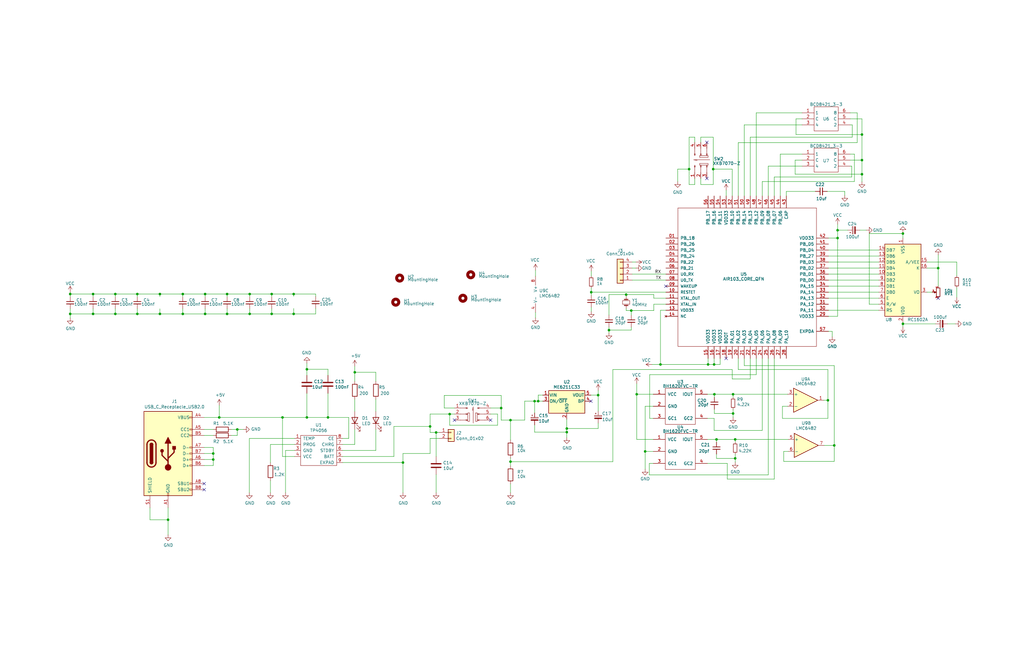
<source format=kicad_sch>
(kicad_sch (version 20220404) (generator eeschema)
  (paper "B")
  (junction (at 119.126 176.149))
  (junction (at 302.133 185.42))
  (junction (at 215.265 194.818))
  (junction (at 278.511 153.797))
  (junction (at 189.611 174.752))
  (junction (at 310.007 185.42))
  (junction (at 29.591 124.079))
  (junction (at 310.007 193.421))
  (junction (at 169.926 195.199))
  (junction (at 351.79 187.96))
  (junction (at 89.916 191.389))
  (junction (at 86.487 132.461))
  (junction (at 183.896 182.499))
  (junction (at 290.576 71.374))
  (junction (at 239.014 182.372))
  (junction (at 252.222 166.751))
  (junction (at 86.487 124.079))
  (junction (at 301.117 153.797))
  (junction (at 29.591 132.461))
  (junction (at 92.456 176.149))
  (junction (at 266.192 131.064))
  (junction (at 363.474 56.769))
  (junction (at 67.437 132.461))
  (junction (at 77.089 124.079))
  (junction (at 70.866 219.329))
  (junction (at 57.912 132.461))
  (junction (at 309.118 174.498))
  (junction (at 123.825 124.079))
  (junction (at 105.283 132.461))
  (junction (at 211.328 172.212))
  (junction (at 301.244 166.37))
  (junction (at 353.187 100.457))
  (junction (at 129.413 155.829))
  (junction (at 380.746 136.652))
  (junction (at 138.303 176.149))
  (junction (at 309.118 166.37))
  (junction (at 380.746 98.552))
  (junction (at 48.641 132.461))
  (junction (at 89.916 193.929))
  (junction (at 226.949 169.291))
  (junction (at 123.825 132.461))
  (junction (at 39.243 132.461))
  (junction (at 256.794 139.319))
  (junction (at 395.605 113.157))
  (junction (at 300.736 71.374))
  (junction (at 67.437 124.079))
  (junction (at 57.912 124.079))
  (junction (at 95.758 124.079))
  (junction (at 48.641 124.079))
  (junction (at 100.076 181.229))
  (junction (at 181.356 179.959))
  (junction (at 239.014 180.848))
  (junction (at 264.033 124.333))
  (junction (at 114.554 132.461))
  (junction (at 268.478 166.37))
  (junction (at 215.265 177.292))
  (junction (at 363.474 73.533))
  (junction (at 105.283 124.079))
  (junction (at 129.413 176.149))
  (junction (at 349.123 168.91))
  (junction (at 249.301 123.317))
  (junction (at 363.474 67.564))
  (junction (at 77.089 132.461))
  (junction (at 353.187 97.155))
  (junction (at 114.554 124.079))
  (junction (at 39.243 124.079))
  (junction (at 149.606 157.099))
  (junction (at 272.034 190.5))
  (junction (at 225.425 169.291))
  (junction (at 95.758 132.461))
  (junction (at 298.577 153.797))
  (no_connect (at 86.106 204.089))
  (no_connect (at 280.797 120.777))
  (no_connect (at 298.069 60.071))
  (no_connect (at 298.069 75.311))
  (no_connect (at 191.643 177.292))
  (no_connect (at 206.883 177.292))
  (no_connect (at 249.174 169.291))
  (no_connect (at 86.106 206.629))
  (no_connect (at 395.605 125.857))
  (no_connect (at 306.197 151.257))
  (wire (pts (xy 298.323 176.53) (xy 301.117 176.53)))
  (wire (pts (xy 266.573 110.617) (xy 268.097 110.617)))
  (wire (pts (xy 295.529 57.912) (xy 295.529 60.071)))
  (wire (pts (xy 100.076 181.229) (xy 102.616 181.229)))
  (wire (pts (xy 249.301 121.539) (xy 249.301 123.317)))
  (wire (pts (xy 225.425 169.291) (xy 226.949 169.291)))
  (wire (pts (xy 349.377 139.827) (xy 350.901 139.827)))
  (wire (pts (xy 181.356 174.752) (xy 181.356 179.959)))
  (wire (pts (xy 92.456 176.149) (xy 119.126 176.149)))
  (wire (pts (xy 221.234 169.291) (xy 225.425 169.291)))
  (wire (pts (xy 306.197 80.264) (xy 306.197 82.677)))
  (wire (pts (xy 292.989 77.851) (xy 292.989 75.311)))
  (wire (pts (xy 390.906 110.617) (xy 403.479 110.617)))
  (wire (pts (xy 278.511 130.937) (xy 278.511 153.797)))
  (wire (pts (xy 266.573 118.237) (xy 280.797 118.237)))
  (wire (pts (xy 390.906 113.157) (xy 395.605 113.157)))
  (wire (pts (xy 349.377 113.157) (xy 370.586 113.157)))
  (wire (pts (xy 349.377 120.777) (xy 370.586 120.777)))
  (wire (pts (xy 114.046 202.819) (xy 114.046 207.899)))
  (wire (pts (xy 338.201 47.625) (xy 318.897 47.625)))
  (wire (pts (xy 114.046 195.199) (xy 114.046 187.579)))
  (wire (pts (xy 29.591 132.461) (xy 29.591 134.239)))
  (wire (pts (xy 363.474 50.165) (xy 363.474 56.769)))
  (wire (pts (xy 133.096 125.095) (xy 133.096 124.079)))
  (wire (pts (xy 123.825 132.461) (xy 114.554 132.461)))
  (wire (pts (xy 89.916 188.849) (xy 89.916 191.389)))
  (wire (pts (xy 185.166 182.499) (xy 183.896 182.499)))
  (wire (pts (xy 318.897 47.625) (xy 318.897 82.677)))
  (wire (pts (xy 380.746 136.652) (xy 394.462 136.652)))
  (wire (pts (xy 158.496 157.099) (xy 149.606 157.099)))
  (wire (pts (xy 48.641 125.222) (xy 48.641 124.079)))
  (wire (pts (xy 86.106 193.929) (xy 89.916 193.929)))
  (wire (pts (xy 329.057 65.024) (xy 338.201 65.024)))
  (wire (pts (xy 309.118 172.72) (xy 309.118 174.498)))
  (wire (pts (xy 310.007 185.42) (xy 310.007 186.563)))
  (wire (pts (xy 298.577 153.797) (xy 301.117 153.797)))
  (wire (pts (xy 100.076 183.769) (xy 100.076 181.229)))
  (wire (pts (xy 380.746 137.922) (xy 380.746 136.652)))
  (wire (pts (xy 105.283 130.302) (xy 105.283 132.461)))
  (wire (pts (xy 67.437 124.079) (xy 57.912 124.079)))
  (wire (pts (xy 48.641 130.302) (xy 48.641 132.461)))
  (wire (pts (xy 316.357 57.912) (xy 316.357 82.677)))
  (wire (pts (xy 211.328 177.292) (xy 215.265 177.292)))
  (wire (pts (xy 183.896 192.659) (xy 183.896 182.499)))
  (wire (pts (xy 147.066 176.149) (xy 138.303 176.149)))
  (wire (pts (xy 268.478 161.925) (xy 268.478 166.37)))
  (wire (pts (xy 105.283 132.461) (xy 95.758 132.461)))
  (wire (pts (xy 86.106 176.149) (xy 92.456 176.149)))
  (wire (pts (xy 86.487 124.079) (xy 77.089 124.079)))
  (wire (pts (xy 310.007 191.643) (xy 310.007 193.421)))
  (wire (pts (xy 215.265 193.294) (xy 215.265 194.818)))
  (wire (pts (xy 181.356 185.039) (xy 185.166 185.039)))
  (wire (pts (xy 189.611 179.451) (xy 189.611 174.752)))
  (wire (pts (xy 138.303 158.369) (xy 138.303 155.829)))
  (wire (pts (xy 86.106 188.849) (xy 89.916 188.849)))
  (wire (pts (xy 123.825 124.079) (xy 114.554 124.079)))
  (wire (pts (xy 272.034 171.45) (xy 275.463 171.45)))
  (wire (pts (xy 361.442 47.625) (xy 361.442 60.198)))
  (wire (pts (xy 57.912 130.302) (xy 57.912 132.461)))
  (wire (pts (xy 273.939 176.53) (xy 273.939 158.115)))
  (wire (pts (xy 114.554 125.222) (xy 114.554 124.079)))
  (wire (pts (xy 129.413 176.149) (xy 119.126 176.149)))
  (wire (pts (xy 349.377 125.857) (xy 370.586 125.857)))
  (wire (pts (xy 301.117 153.797) (xy 303.657 153.797)))
  (wire (pts (xy 303.657 153.797) (xy 303.657 151.257)))
  (wire (pts (xy 144.526 187.579) (xy 149.606 187.579)))
  (wire (pts (xy 67.437 132.461) (xy 57.912 132.461)))
  (wire (pts (xy 256.794 132.969) (xy 256.794 124.333)))
  (wire (pts (xy 308.737 82.677) (xy 308.737 71.374)))
  (wire (pts (xy 359.41 52.705) (xy 359.41 57.912)))
  (wire (pts (xy 347.345 168.91) (xy 349.123 168.91)))
  (wire (pts (xy 86.106 191.389) (xy 89.916 191.389)))
  (wire (pts (xy 114.554 130.302) (xy 114.554 132.461)))
  (wire (pts (xy 399.542 136.652) (xy 402.844 136.652)))
  (wire (pts (xy 266.192 138.049) (xy 266.192 139.319)))
  (wire (pts (xy 211.328 172.212) (xy 211.328 166.878)))
  (wire (pts (xy 332.359 190.5) (xy 330.454 190.5)))
  (wire (pts (xy 189.611 174.752) (xy 191.643 174.752)))
  (wire (pts (xy 239.014 176.911) (xy 239.014 180.848)))
  (wire (pts (xy 256.794 124.333) (xy 264.033 124.333)))
  (wire (pts (xy 338.201 50.165) (xy 335.661 50.165)))
  (wire (pts (xy 332.105 171.45) (xy 329.946 171.45)))
  (wire (pts (xy 95.758 125.222) (xy 95.758 124.079)))
  (wire (pts (xy 149.606 173.609) (xy 149.606 168.529)))
  (wire (pts (xy 97.536 183.769) (xy 100.076 183.769)))
  (wire (pts (xy 187.325 172.212) (xy 191.643 172.212)))
  (wire (pts (xy 86.487 125.222) (xy 86.487 124.079)))
  (wire (pts (xy 353.187 133.477) (xy 349.377 133.477)))
  (wire (pts (xy 252.222 166.751) (xy 249.174 166.751)))
  (wire (pts (xy 362.585 97.155) (xy 365.252 97.155)))
  (wire (pts (xy 268.478 166.37) (xy 275.463 166.37)))
  (wire (pts (xy 86.106 181.229) (xy 89.916 181.229)))
  (wire (pts (xy 380.746 136.652) (xy 380.746 136.017)))
  (wire (pts (xy 272.034 190.5) (xy 275.463 190.5)))
  (wire (pts (xy 351.79 187.96) (xy 347.599 187.96)))
  (wire (pts (xy 158.496 190.119) (xy 144.526 190.119)))
  (wire (pts (xy 252.222 164.719) (xy 252.222 166.751)))
  (wire (pts (xy 366.522 98.552) (xy 380.746 98.552)))
  (wire (pts (xy 330.454 190.5) (xy 330.454 194.691)))
  (wire (pts (xy 133.096 132.461) (xy 123.825 132.461)))
  (wire (pts (xy 272.034 190.5) (xy 272.034 171.45)))
  (wire (pts (xy 86.487 130.302) (xy 86.487 132.461)))
  (wire (pts (xy 321.437 181.61) (xy 321.437 151.257)))
  (wire (pts (xy 361.442 60.198) (xy 311.277 60.198)))
  (wire (pts (xy 295.529 75.311) (xy 295.529 77.851)))
  (wire (pts (xy 308.737 71.374) (xy 300.736 71.374)))
  (wire (pts (xy 356.235 82.423) (xy 356.235 80.772)))
  (wire (pts (xy 380.746 98.552) (xy 380.746 98.171)))
  (wire (pts (xy 280.797 128.397) (xy 275.717 128.397)))
  (wire (pts (xy 95.758 132.461) (xy 86.487 132.461)))
  (wire (pts (xy 39.243 125.222) (xy 39.243 124.079)))
  (wire (pts (xy 39.243 124.079) (xy 29.591 124.079)))
  (wire (pts (xy 280.797 130.937) (xy 278.511 130.937)))
  (wire (pts (xy 275.717 131.064) (xy 266.192 131.064)))
  (wire (pts (xy 149.606 154.559) (xy 149.606 157.099)))
  (wire (pts (xy 158.496 160.909) (xy 158.496 157.099)))
  (wire (pts (xy 275.717 128.397) (xy 275.717 131.064)))
  (wire (pts (xy 285.75 76.581) (xy 285.75 71.374)))
  (wire (pts (xy 252.222 173.482) (xy 252.222 166.751)))
  (wire (pts (xy 306.705 195.58) (xy 306.705 202.184)))
  (wire (pts (xy 298.323 185.42) (xy 302.133 185.42)))
  (wire (pts (xy 311.277 151.257) (xy 311.277 155.956)))
  (wire (pts (xy 351.79 154.305) (xy 313.817 154.305)))
  (wire (pts (xy 266.192 131.064) (xy 264.033 131.064)))
  (wire (pts (xy 86.487 132.461) (xy 77.089 132.461)))
  (wire (pts (xy 275.463 176.53) (xy 273.939 176.53)))
  (wire (pts (xy 256.794 138.049) (xy 256.794 139.319)))
  (wire (pts (xy 105.156 185.039) (xy 105.156 207.899)))
  (wire (pts (xy 266.192 139.319) (xy 256.794 139.319)))
  (wire (pts (xy 302.133 185.42) (xy 310.007 185.42)))
  (wire (pts (xy 105.283 125.222) (xy 105.283 124.079)))
  (wire (pts (xy 349.377 108.077) (xy 370.586 108.077)))
  (wire (pts (xy 331.597 80.772) (xy 331.597 82.677)))
  (wire (pts (xy 57.912 132.461) (xy 48.641 132.461)))
  (wire (pts (xy 215.265 177.292) (xy 215.265 185.674)))
  (wire (pts (xy 211.328 166.878) (xy 187.325 166.878)))
  (wire (pts (xy 39.243 130.302) (xy 39.243 132.461)))
  (wire (pts (xy 144.526 185.039) (xy 147.066 185.039)))
  (wire (pts (xy 97.536 181.229) (xy 100.076 181.229)))
  (wire (pts (xy 301.244 172.72) (xy 301.244 174.498)))
  (wire (pts (xy 129.413 165.989) (xy 129.413 176.149)))
  (wire (pts (xy 158.496 181.229) (xy 158.496 190.119)))
  (wire (pts (xy 264.033 131.064) (xy 264.033 130.175)))
  (wire (pts (xy 302.133 193.421) (xy 310.007 193.421)))
  (wire (pts (xy 302.133 191.643) (xy 302.133 193.421)))
  (wire (pts (xy 215.265 204.216) (xy 215.265 207.899)))
  (wire (pts (xy 390.906 123.317) (xy 393.065 123.317)))
  (wire (pts (xy 306.705 202.184) (xy 326.517 202.184)))
  (wire (pts (xy 301.117 181.61) (xy 321.437 181.61)))
  (wire (pts (xy 77.089 130.302) (xy 77.089 132.461)))
  (wire (pts (xy 181.356 182.499) (xy 181.356 179.959)))
  (wire (pts (xy 129.413 155.829) (xy 129.413 158.369)))
  (wire (pts (xy 329.057 82.677) (xy 329.057 65.024)))
  (wire (pts (xy 48.641 124.079) (xy 39.243 124.079)))
  (wire (pts (xy 290.576 77.851) (xy 292.989 77.851)))
  (wire (pts (xy 366.522 128.397) (xy 366.522 98.552)))
  (wire (pts (xy 395.605 113.157) (xy 395.605 107.569)))
  (wire (pts (xy 298.323 195.58) (xy 306.705 195.58)))
  (wire (pts (xy 29.591 130.302) (xy 29.591 132.461)))
  (wire (pts (xy 290.576 57.912) (xy 292.989 57.912)))
  (wire (pts (xy 349.377 110.617) (xy 370.586 110.617)))
  (wire (pts (xy 249.301 129.667) (xy 249.301 131.445)))
  (wire (pts (xy 239.014 180.848) (xy 239.014 182.372)))
  (wire (pts (xy 273.812 195.58) (xy 273.812 200.406)))
  (wire (pts (xy 353.187 97.155) (xy 357.505 97.155)))
  (wire (pts (xy 249.301 123.317) (xy 249.301 124.587)))
  (wire (pts (xy 129.413 153.289) (xy 129.413 155.829)))
  (wire (pts (xy 225.425 179.324) (xy 225.425 182.372)))
  (wire (pts (xy 349.123 176.53) (xy 349.123 168.91)))
  (wire (pts (xy 403.479 125.476) (xy 403.479 121.412)))
  (wire (pts (xy 215.265 177.292) (xy 221.234 177.292)))
  (wire (pts (xy 301.244 166.37) (xy 309.118 166.37)))
  (wire (pts (xy 318.897 158.115) (xy 318.897 151.257)))
  (wire (pts (xy 252.222 178.562) (xy 252.222 180.848)))
  (wire (pts (xy 77.089 124.079) (xy 67.437 124.079)))
  (wire (pts (xy 144.526 195.199) (xy 169.926 195.199)))
  (wire (pts (xy 215.265 194.818) (xy 215.265 196.596)))
  (wire (pts (xy 353.187 97.155) (xy 353.187 100.457)))
  (wire (pts (xy 301.117 176.53) (xy 301.117 181.61)))
  (wire (pts (xy 249.301 123.317) (xy 280.797 123.317)))
  (wire (pts (xy 300.736 57.912) (xy 295.529 57.912)))
  (wire (pts (xy 39.243 132.461) (xy 29.591 132.461)))
  (wire (pts (xy 67.437 125.222) (xy 67.437 124.079)))
  (wire (pts (xy 86.106 183.769) (xy 89.916 183.769)))
  (wire (pts (xy 272.034 197.993) (xy 272.034 190.5)))
  (wire (pts (xy 225.806 114.046) (xy 225.806 116.586)))
  (wire (pts (xy 29.591 124.079) (xy 29.591 125.222)))
  (wire (pts (xy 266.573 113.157) (xy 268.097 113.157)))
  (wire (pts (xy 278.511 153.797) (xy 298.577 153.797)))
  (wire (pts (xy 77.089 132.461) (xy 67.437 132.461)))
  (wire (pts (xy 298.577 151.257) (xy 298.577 153.797)))
  (wire (pts (xy 316.357 159.893) (xy 308.737 159.893)))
  (wire (pts (xy 301.117 151.257) (xy 301.117 153.797)))
  (wire (pts (xy 353.187 94.615) (xy 353.187 97.155)))
  (wire (pts (xy 358.521 50.165) (xy 363.474 50.165)))
  (wire (pts (xy 89.916 191.389) (xy 89.916 193.929)))
  (wire (pts (xy 264.033 125.095) (xy 264.033 124.333)))
  (wire (pts (xy 313.817 154.305) (xy 313.817 151.257)))
  (wire (pts (xy 335.661 56.769) (xy 363.474 56.769)))
  (wire (pts (xy 301.244 166.37) (xy 301.244 167.64)))
  (wire (pts (xy 308.737 159.893) (xy 308.737 155.956)))
  (wire (pts (xy 275.717 125.857) (xy 280.797 125.857)))
  (wire (pts (xy 133.096 130.175) (xy 133.096 132.461)))
  (wire (pts (xy 395.605 120.777) (xy 395.605 113.157)))
  (wire (pts (xy 359.156 74.676) (xy 326.517 74.676)))
  (wire (pts (xy 138.303 155.829) (xy 129.413 155.829)))
  (wire (pts (xy 403.479 110.617) (xy 403.479 116.332)))
  (wire (pts (xy 363.474 73.533) (xy 363.474 76.708)))
  (wire (pts (xy 298.323 166.37) (xy 301.244 166.37)))
  (wire (pts (xy 300.736 71.374) (xy 300.736 77.851)))
  (wire (pts (xy 29.591 123.317) (xy 29.591 124.079)))
  (wire (pts (xy 343.789 80.772) (xy 331.597 80.772)))
  (wire (pts (xy 349.377 115.697) (xy 370.586 115.697)))
  (wire (pts (xy 57.912 125.222) (xy 57.912 124.079)))
  (wire (pts (xy 89.916 193.929) (xy 89.916 196.469)))
  (wire (pts (xy 149.606 157.099) (xy 149.606 160.909)))
  (wire (pts (xy 338.201 67.564) (xy 335.28 67.564)))
  (wire (pts (xy 310.007 193.421) (xy 310.007 195.072)))
  (wire (pts (xy 335.28 73.533) (xy 363.474 73.533)))
  (wire (pts (xy 120.396 207.899) (xy 120.396 190.119)))
  (wire (pts (xy 138.303 165.989) (xy 138.303 176.149)))
  (wire (pts (xy 353.187 100.457) (xy 353.187 133.477)))
  (wire (pts (xy 123.825 125.095) (xy 123.825 124.079)))
  (wire (pts (xy 351.79 187.96) (xy 351.79 154.305)))
  (wire (pts (xy 225.806 131.826) (xy 225.806 134.112)))
  (wire (pts (xy 86.106 196.469) (xy 89.916 196.469)))
  (wire (pts (xy 363.474 67.564) (xy 363.474 73.533)))
  (wire (pts (xy 183.896 182.499) (xy 181.356 182.499)))
  (wire (pts (xy 158.496 168.529) (xy 158.496 173.609)))
  (wire (pts (xy 63.246 214.249) (xy 63.246 219.329)))
  (wire (pts (xy 166.116 192.659) (xy 166.116 179.959)))
  (wire (pts (xy 321.437 76.581) (xy 321.437 82.677)))
  (wire (pts (xy 309.118 166.37) (xy 309.118 167.64)))
  (wire (pts (xy 301.244 174.498) (xy 309.118 174.498)))
  (wire (pts (xy 258.445 194.818) (xy 215.265 194.818)))
  (wire (pts (xy 149.606 181.229) (xy 149.606 187.579)))
  (wire (pts (xy 239.014 182.372) (xy 239.014 184.658)))
  (wire (pts (xy 310.007 185.42) (xy 332.359 185.42)))
  (wire (pts (xy 206.883 174.752) (xy 209.804 174.752)))
  (wire (pts (xy 290.576 71.374) (xy 290.576 57.912)))
  (wire (pts (xy 350.901 139.827) (xy 350.901 142.113)))
  (wire (pts (xy 114.554 124.079) (xy 105.283 124.079)))
  (wire (pts (xy 169.926 191.389) (xy 169.926 195.199)))
  (wire (pts (xy 349.377 130.937) (xy 370.586 130.937)))
  (wire (pts (xy 326.517 74.676) (xy 326.517 82.677)))
  (wire (pts (xy 313.817 52.705) (xy 313.817 82.677)))
  (wire (pts (xy 187.325 166.878) (xy 187.325 172.212)))
  (wire (pts (xy 144.526 192.659) (xy 166.116 192.659)))
  (wire (pts (xy 252.222 180.848) (xy 239.014 180.848)))
  (wire (pts (xy 290.576 71.374) (xy 290.576 77.851)))
  (wire (pts (xy 358.521 70.104) (xy 359.156 70.104)))
  (wire (pts (xy 356.235 80.772) (xy 348.869 80.772)))
  (wire (pts (xy 329.946 176.53) (xy 349.123 176.53)))
  (wire (pts (xy 114.046 187.579) (xy 124.206 187.579)))
  (wire (pts (xy 292.989 57.912) (xy 292.989 60.071)))
  (wire (pts (xy 326.517 202.184) (xy 326.517 151.257)))
  (wire (pts (xy 353.187 100.457) (xy 349.377 100.457)))
  (wire (pts (xy 360.299 76.581) (xy 321.437 76.581)))
  (wire (pts (xy 316.357 151.257) (xy 316.357 159.893)))
  (wire (pts (xy 329.946 171.45) (xy 329.946 176.53)))
  (wire (pts (xy 358.521 65.024) (xy 360.299 65.024)))
  (wire (pts (xy 221.234 177.292) (xy 221.234 169.291)))
  (wire (pts (xy 349.377 123.317) (xy 370.586 123.317)))
  (wire (pts (xy 264.033 124.333) (xy 275.717 124.333)))
  (wire (pts (xy 309.118 174.498) (xy 309.118 176.149)))
  (wire (pts (xy 133.096 124.079) (xy 123.825 124.079)))
  (wire (pts (xy 380.746 100.457) (xy 380.746 98.552)))
  (wire (pts (xy 147.066 185.039) (xy 147.066 176.149)))
  (wire (pts (xy 275.463 185.42) (xy 268.478 185.42)))
  (wire (pts (xy 57.912 124.079) (xy 48.641 124.079)))
  (wire (pts (xy 273.939 158.115) (xy 318.897 158.115)))
  (wire (pts (xy 302.133 185.42) (xy 302.133 186.563)))
  (wire (pts (xy 300.736 71.374) (xy 300.736 57.912)))
  (wire (pts (xy 268.478 185.42) (xy 268.478 166.37)))
  (wire (pts (xy 181.356 191.389) (xy 169.926 191.389)))
  (wire (pts (xy 183.896 200.279) (xy 183.896 207.899)))
  (wire (pts (xy 209.804 174.752) (xy 209.804 179.451)))
  (wire (pts (xy 114.554 132.461) (xy 105.283 132.461)))
  (wire (pts (xy 123.825 130.175) (xy 123.825 132.461)))
  (wire (pts (xy 138.303 176.149) (xy 129.413 176.149)))
  (wire (pts (xy 92.456 171.069) (xy 92.456 176.149)))
  (wire (pts (xy 351.79 194.691) (xy 351.79 187.96)))
  (wire (pts (xy 249.301 114.427) (xy 249.301 116.459)))
  (wire (pts (xy 211.328 177.292) (xy 211.328 172.212)))
  (wire (pts (xy 274.955 153.797) (xy 278.511 153.797)))
  (wire (pts (xy 358.521 52.705) (xy 359.41 52.705)))
  (wire (pts (xy 300.736 77.851) (xy 295.529 77.851)))
  (wire (pts (xy 48.641 132.461) (xy 39.243 132.461)))
  (wire (pts (xy 275.463 195.58) (xy 273.812 195.58)))
  (wire (pts (xy 226.949 169.291) (xy 226.949 166.751)))
  (wire (pts (xy 338.201 52.705) (xy 313.817 52.705)))
  (wire (pts (xy 273.812 200.406) (xy 323.977 200.406)))
  (wire (pts (xy 166.116 179.959) (xy 181.356 179.959)))
  (wire (pts (xy 285.75 71.374) (xy 290.576 71.374)))
  (wire (pts (xy 119.126 192.659) (xy 119.126 176.149)))
  (wire (pts (xy 209.804 179.451) (xy 189.611 179.451)))
  (wire (pts (xy 330.454 194.691) (xy 351.79 194.691)))
  (wire (pts (xy 226.949 166.751) (xy 228.854 166.751)))
  (wire (pts (xy 335.661 50.165) (xy 335.661 56.769)))
  (wire (pts (xy 181.356 174.752) (xy 189.611 174.752)))
  (wire (pts (xy 338.201 70.104) (xy 323.977 70.104)))
  (wire (pts (xy 77.089 125.222) (xy 77.089 124.079)))
  (wire (pts (xy 95.758 130.302) (xy 95.758 132.461)))
  (wire (pts (xy 275.717 124.333) (xy 275.717 125.857)))
  (wire (pts (xy 225.425 182.372) (xy 239.014 182.372)))
  (wire (pts (xy 360.299 65.024) (xy 360.299 76.581)))
  (wire (pts (xy 266.192 131.064) (xy 266.192 132.969)))
  (wire (pts (xy 358.521 47.625) (xy 361.442 47.625)))
  (wire (pts (xy 359.156 70.104) (xy 359.156 74.676)))
  (wire (pts (xy 358.521 67.564) (xy 363.474 67.564)))
  (wire (pts (xy 323.977 200.406) (xy 323.977 151.257)))
  (wire (pts (xy 105.156 185.039) (xy 124.206 185.039)))
  (wire (pts (xy 70.866 219.329) (xy 70.866 225.679)))
  (wire (pts (xy 228.854 169.291) (xy 226.949 169.291)))
  (wire (pts (xy 256.794 139.319) (xy 256.794 140.462)))
  (wire (pts (xy 349.123 155.956) (xy 349.123 168.91)))
  (wire (pts (xy 308.737 155.956) (xy 258.445 155.956)))
  (wire (pts (xy 335.28 67.564) (xy 335.28 73.533)))
  (wire (pts (xy 311.277 155.956) (xy 349.123 155.956)))
  (wire (pts (xy 124.206 192.659) (xy 119.126 192.659)))
  (wire (pts (xy 349.377 105.537) (xy 370.586 105.537)))
  (wire (pts (xy 363.474 56.769) (xy 363.474 67.564)))
  (wire (pts (xy 169.926 195.199) (xy 169.926 207.899)))
  (wire (pts (xy 63.246 219.329) (xy 70.866 219.329)))
  (wire (pts (xy 309.118 166.37) (xy 332.105 166.37)))
  (wire (pts (xy 359.41 57.912) (xy 316.357 57.912)))
  (wire (pts (xy 311.277 60.198) (xy 311.277 82.677)))
  (wire (pts (xy 370.586 128.397) (xy 366.522 128.397)))
  (wire (pts (xy 120.396 190.119) (xy 124.206 190.119)))
  (wire (pts (xy 349.377 118.237) (xy 370.586 118.237)))
  (wire (pts (xy 105.283 124.079) (xy 95.758 124.079)))
  (wire (pts (xy 95.758 124.079) (xy 86.487 124.079)))
  (wire (pts (xy 70.866 214.249) (xy 70.866 219.329)))
  (wire (pts (xy 211.328 172.212) (xy 206.883 172.212)))
  (wire (pts (xy 266.573 115.697) (xy 280.797 115.697)))
  (wire (pts (xy 67.437 130.302) (xy 67.437 132.461)))
  (wire (pts (xy 225.425 174.244) (xy 225.425 169.291)))
  (wire (pts (xy 181.356 185.039) (xy 181.356 191.389)))
  (wire (pts (xy 258.445 155.956) (xy 258.445 194.818)))
  (wire (pts (xy 323.977 70.104) (xy 323.977 82.677)))
  (label "TX" (at 276.479 118.237 0))
  (label "RX" (at 276.098 115.697 0))
  (symbol (lib_id "Device:C") (at 129.413 162.179 0) (unit 1)
    (default_instance (reference "U") (unit 1) (value "") (footprint ""))
    (property "Reference" "C12" (at 132.334 161.0106 0) (effects (justify left)))
    (property "Value" "10uf" (at 131.572 163.322 0) (effects (justify left)))
    (property "Footprint" "Capacitor_SMD:C_0603_1608Metric" (effects hide))
  )
  (symbol (lib_id "power:VCC") (at 353.187 94.615 0) (unit 1)
    (default_instance (reference "U") (unit 1) (value "") (footprint ""))
    (property "Reference" "#PWR0103" (effects hide))
    (property "Value" "VCC" (at 353.187 90.805 0))
  )
  (symbol (lib_id "Mechanical:MountingHole") (at 168.529 117.348 0) (unit 1)
    (default_instance (reference "U") (unit 1) (value "") (footprint ""))
    (property "Reference" "H2" (at 171.831 116.713 0) (effects (justify left)))
    (property "Value" "MountingHole" (at 171.831 117.983 0) (effects (justify left)))
    (property "Footprint" "FP:MH_M1.5" (effects hide))
  )
  (symbol (lib_id "power:VCC") (at 29.591 123.317 0) (unit 1)
    (default_instance (reference "U") (unit 1) (value "") (footprint ""))
    (property "Reference" "#PWR01" (effects hide))
    (property "Value" "VCC" (at 31.496 119.634 0) (effects (justify right)))
  )
  (symbol (lib_id "BCD8421:BCD8421_3-3") (at 348.361 50.165 0) (unit 1)
    (default_instance (reference "U") (unit 1) (value "") (footprint ""))
    (property "Reference" "U6" (at 348.361 50.165 0))
    (property "Value" "BCD8421_3-3" (at 348.361 44.069 0))
    (property "Footprint" "FP:BCD8421_3-3" (effects hide))
  )
  (symbol (lib_id "Device:C_Small") (at 256.794 135.509 0) (unit 1)
    (default_instance (reference "U") (unit 1) (value "") (footprint ""))
    (property "Reference" "C18" (at 259.334 134.366 0) (effects (justify left)))
    (property "Value" "20pf" (at 259.334 136.1503 0) (effects (justify left)))
    (property "Footprint" "Capacitor_SMD:C_0603_1608Metric" (effects hide))
  )
  (symbol (lib_id "power:+5V") (at 92.456 171.069 0) (unit 1)
    (default_instance (reference "U") (unit 1) (value "") (footprint ""))
    (property "Reference" "#PWR04" (effects hide))
    (property "Value" "+5V" (at 92.837 166.6748 0))
  )
  (symbol (lib_id "power:GND") (at 105.156 207.899 0) (unit 1)
    (default_instance (reference "U") (unit 1) (value "") (footprint ""))
    (property "Reference" "#PWR06" (effects hide))
    (property "Value" "GND" (at 105.283 212.2932 0))
  )
  (symbol (lib_id "Device:R") (at 114.046 199.009 180) (unit 1)
    (default_instance (reference "U") (unit 1) (value "") (footprint ""))
    (property "Reference" "R3" (at 116.586 197.739 0))
    (property "Value" "1.2K" (at 117.856 200.279 0))
    (property "Footprint" "Resistor_SMD:R_0603_1608Metric" (effects hide))
  )
  (symbol (lib_id "power:GND") (at 285.75 76.581 0) (unit 1)
    (default_instance (reference "U") (unit 1) (value "") (footprint ""))
    (property "Reference" "#PWR019" (effects hide))
    (property "Value" "GND" (at 285.75 81.153 0))
  )
  (symbol (lib_id "power:GND") (at 249.301 131.445 0) (unit 1)
    (default_instance (reference "U") (unit 1) (value "") (footprint ""))
    (property "Reference" "#PWR0112" (effects hide))
    (property "Value" "GND" (at 249.301 135.509 0))
  )
  (symbol (lib_id "Device:R") (at 158.496 164.719 180) (unit 1)
    (default_instance (reference "U") (unit 1) (value "") (footprint ""))
    (property "Reference" "R5" (at 161.036 163.449 0))
    (property "Value" "200" (at 162.306 165.989 0))
    (property "Footprint" "Resistor_SMD:R_0603_1608Metric" (effects hide))
  )
  (symbol (lib_id "Device:C_Small") (at 57.912 127.762 0) (unit 1)
    (default_instance (reference "U") (unit 1) (value "") (footprint ""))
    (property "Reference" "C4" (at 60.452 126.619 0) (effects (justify left)))
    (property "Value" "100nf" (at 59.563 128.397 0) (effects (justify left)))
    (property "Footprint" "Capacitor_SMD:C_0603_1608Metric" (effects hide))
  )
  (symbol (lib_id "power:GND") (at 120.396 207.899 0) (unit 1)
    (default_instance (reference "U") (unit 1) (value "") (footprint ""))
    (property "Reference" "#PWR08" (effects hide))
    (property "Value" "GND" (at 120.523 212.2932 0))
  )
  (symbol (lib_id "power:VCC") (at 268.478 161.925 0) (unit 1)
    (default_instance (reference "U") (unit 1) (value "") (footprint ""))
    (property "Reference" "#PWR017" (effects hide))
    (property "Value" "VCC" (at 270.383 158.242 0) (effects (justify right)))
  )
  (symbol (lib_id "power:GND") (at 215.265 207.899 0) (unit 1)
    (default_instance (reference "U") (unit 1) (value "") (footprint ""))
    (property "Reference" "#PWR013" (effects hide))
    (property "Value" "GND" (at 215.392 212.2932 0))
  )
  (symbol (lib_id "Device:R_Small") (at 249.301 118.999 0) (unit 1)
    (default_instance (reference "U") (unit 1) (value "") (footprint ""))
    (property "Reference" "R8" (at 251.587 117.856 0) (effects (justify left)))
    (property "Value" "1k" (at 251.587 119.634 0) (effects (justify left)))
    (property "Footprint" "Resistor_SMD:R_0603_1608Metric" (effects hide))
  )
  (symbol (lib_id "power:GND") (at 365.252 97.155 90) (unit 1)
    (default_instance (reference "U") (unit 1) (value "") (footprint ""))
    (property "Reference" "#PWR026" (effects hide))
    (property "Value" "GND" (at 368.046 97.155 90) (effects (justify right)))
  )
  (symbol (lib_id "Mechanical:MountingHole") (at 166.878 127.508 0) (unit 1)
    (default_instance (reference "U") (unit 1) (value "") (footprint ""))
    (property "Reference" "H1" (at 170.18 126.873 0) (effects (justify left)))
    (property "Value" "MountingHole" (at 170.18 128.143 0) (effects (justify left)))
    (property "Footprint" "FP:MH_M1.5" (effects hide))
  )
  (symbol (lib_id "Connector_Generic:Conn_01x04") (at 261.493 115.697 180) (unit 1)
    (default_instance (reference "U") (unit 1) (value "") (footprint ""))
    (property "Reference" "J3" (at 261.493 105.791 0))
    (property "Value" "Conn_01x04" (at 261.493 107.061 0))
    (property "Footprint" "Connector_PinHeader_2.54mm:PinHeader_1x04_P2.54mm_Vertical" (effects hide))
  )
  (symbol (lib_id "Device:C_Small") (at 86.487 127.762 0) (unit 1)
    (default_instance (reference "U") (unit 1) (value "") (footprint ""))
    (property "Reference" "C7" (at 89.027 126.619 0) (effects (justify left)))
    (property "Value" "100nf" (at 88.138 128.397 0) (effects (justify left)))
    (property "Footprint" "Capacitor_SMD:C_0603_1608Metric" (effects hide))
  )
  (symbol (lib_id "BCD8421:BCD8421_3-3") (at 348.361 67.564 0) (unit 1)
    (default_instance (reference "U") (unit 1) (value "") (footprint ""))
    (property "Reference" "U7" (at 348.361 67.818 0))
    (property "Value" "BCD8421_3-3" (at 348.361 61.595 0))
    (property "Footprint" "FP:BCD8421_3-3" (effects hide))
  )
  (symbol (lib_id "power:VCC") (at 249.301 114.427 0) (unit 1)
    (default_instance (reference "U") (unit 1) (value "") (footprint ""))
    (property "Reference" "#PWR0111" (effects hide))
    (property "Value" "VCC" (at 251.079 110.109 0) (effects (justify right)))
  )
  (symbol (lib_id "Device:C_Polarized_Small") (at 397.002 136.652 90) (mirror x) (unit 1)
    (default_instance (reference "U") (unit 1) (value "") (footprint ""))
    (property "Reference" "C23" (at 398.272 139.319 90) (effects (justify left)))
    (property "Value" "100uf" (at 399.288 133.858 90) (effects (justify left)))
    (property "Footprint" "Capacitor_SMD:CP_Elec_6.3x5.4" (effects hide))
  )
  (symbol (lib_id "power:GND") (at 169.926 207.899 0) (unit 1)
    (default_instance (reference "U") (unit 1) (value "") (footprint ""))
    (property "Reference" "#PWR011" (effects hide))
    (property "Value" "GND" (at 170.053 212.2932 0))
  )
  (symbol (lib_id "power:VCC") (at 252.222 164.719 0) (unit 1)
    (default_instance (reference "U") (unit 1) (value "") (footprint ""))
    (property "Reference" "#PWR016" (effects hide))
    (property "Value" "VCC" (at 254.127 161.036 0) (effects (justify right)))
  )
  (symbol (lib_id "Regulator_Linear:LP2985-3.3") (at 239.014 169.291 0) (unit 1)
    (default_instance (reference "U") (unit 1) (value "") (footprint ""))
    (property "Reference" "U2" (at 239.014 161.163 0))
    (property "Value" " ME6211C33" (at 239.014 163.322 0))
    (property "Footprint" "Package_TO_SOT_SMD:SOT-23-5" (effects hide))
    (property "Datasheet" "http://www.ti.com/lit/ds/symlink/lp2985.pdf" (effects hide))
  )
  (symbol (lib_id "power:VCC") (at 274.955 153.797 90) (unit 1)
    (default_instance (reference "U") (unit 1) (value "") (footprint ""))
    (property "Reference" "#PWR0110" (effects hide))
    (property "Value" "VCC" (at 270.637 152.019 90) (effects (justify right)))
  )
  (symbol (lib_id "power:GND") (at 29.591 134.239 0) (unit 1)
    (default_instance (reference "U") (unit 1) (value "") (footprint ""))
    (property "Reference" "#PWR02" (effects hide))
    (property "Value" "GND" (at 29.718 138.6332 0))
  )
  (symbol (lib_id "Device:C_Small") (at 133.096 127.635 0) (unit 1)
    (default_instance (reference "U") (unit 1) (value "") (footprint ""))
    (property "Reference" "C25" (at 135.636 126.492 0) (effects (justify left)))
    (property "Value" "100nf" (at 134.747 128.27 0) (effects (justify left)))
    (property "Footprint" "Capacitor_SMD:C_0603_1608Metric" (effects hide))
  )
  (symbol (lib_id "Device:R") (at 215.265 200.406 0) (unit 1)
    (default_instance (reference "U") (unit 1) (value "") (footprint ""))
    (property "Reference" "R7" (at 218.059 199.136 0) (effects (justify left)))
    (property "Value" "10k" (at 218.059 201.041 0) (effects (justify left)))
    (property "Footprint" "Resistor_SMD:R_0603_1608Metric" (effects hide))
  )
  (symbol (lib_id "Device:Crystal_Small") (at 264.033 127.635 90) (unit 1)
    (default_instance (reference "U") (unit 1) (value "") (footprint ""))
    (property "Reference" "Y1" (at 266.446 126.746 90) (effects (justify right)))
    (property "Value" "40MHz" (at 266.446 128.524 90) (effects (justify right)))
    (property "Footprint" "Crystal:Crystal_SMD_TXC_7A-2Pin_5x3.2mm" (effects hide))
  )
  (symbol (lib_id "power:GND") (at 114.046 207.899 0) (unit 1)
    (default_instance (reference "U") (unit 1) (value "") (footprint ""))
    (property "Reference" "#PWR07" (effects hide))
    (property "Value" "GND" (at 114.173 212.2932 0))
  )
  (symbol (lib_id "Device:R") (at 93.726 183.769 270) (unit 1)
    (default_instance (reference "U") (unit 1) (value "") (footprint ""))
    (property "Reference" "R2" (at 91.186 186.309 90))
    (property "Value" "5.1K" (at 96.266 186.309 90))
    (property "Footprint" "Resistor_SMD:R_0603_1608Metric" (effects hide))
  )
  (symbol (lib_id "power:GND") (at 310.007 195.072 0) (unit 1)
    (default_instance (reference "U") (unit 1) (value "") (footprint ""))
    (property "Reference" "#PWR022" (effects hide))
    (property "Value" "GND" (at 310.007 199.136 0))
  )
  (symbol (lib_id "Device:C") (at 183.896 196.469 0) (unit 1)
    (default_instance (reference "U") (unit 1) (value "") (footprint ""))
    (property "Reference" "C14" (at 186.817 195.3006 0) (effects (justify left)))
    (property "Value" "10uf" (at 186.817 197.612 0) (effects (justify left)))
    (property "Footprint" "Capacitor_SMD:C_0603_1608Metric" (effects hide))
  )
  (symbol (lib_id "Device:C_Small") (at 266.192 135.509 0) (unit 1)
    (default_instance (reference "U") (unit 1) (value "") (footprint ""))
    (property "Reference" "C19" (at 268.732 134.366 0) (effects (justify left)))
    (property "Value" "20pf" (at 268.732 136.1503 0) (effects (justify left)))
    (property "Footprint" "Capacitor_SMD:C_0603_1608Metric" (effects hide))
  )
  (symbol (lib_id "power:GND") (at 102.616 181.229 90) (unit 1)
    (default_instance (reference "U") (unit 1) (value "") (footprint ""))
    (property "Reference" "#PWR05" (effects hide))
    (property "Value" "GND" (at 105.8672 181.102 90) (effects (justify right)))
  )
  (symbol (lib_id "Device:R_Small") (at 309.118 170.18 0) (unit 1)
    (default_instance (reference "U") (unit 1) (value "") (footprint ""))
    (property "Reference" "R9" (at 310.642 168.529 0) (effects (justify left)))
    (property "Value" "4.22k" (at 310.769 170.688 0) (effects (justify left)))
    (property "Footprint" "Resistor_SMD:R_0603_1608Metric" (effects hide))
  )
  (symbol (lib_id "power:GND") (at 402.844 136.652 90) (mirror x) (unit 1)
    (default_instance (reference "U") (unit 1) (value "") (footprint ""))
    (property "Reference" "#PWR025" (effects hide))
    (property "Value" "GND" (at 405.765 136.652 90) (effects (justify right)))
  )
  (symbol (lib_id "power:VCC") (at 225.806 114.046 0) (unit 1)
    (default_instance (reference "U") (unit 1) (value "") (footprint ""))
    (property "Reference" "#PWR014" (effects hide))
    (property "Value" "VCC" (at 227.584 109.728 0) (effects (justify right)))
  )
  (symbol (lib_id "power:GND") (at 309.118 176.149 0) (unit 1)
    (default_instance (reference "U") (unit 1) (value "") (footprint ""))
    (property "Reference" "#PWR021" (effects hide))
    (property "Value" "GND" (at 309.118 180.213 0))
  )
  (symbol (lib_id "power:VCC") (at 380.746 137.922 0) (mirror x) (unit 1)
    (default_instance (reference "U") (unit 1) (value "") (footprint ""))
    (property "Reference" "#PWR0101" (effects hide))
    (property "Value" "VCC" (at 380.746 141.732 0))
  )
  (symbol (lib_id "Amplifier_Operational:NE5532") (at 228.346 124.206 0) (unit 3)
    (default_instance (reference "U") (unit 1) (value "") (footprint ""))
    (property "Reference" "U9" (at 227.33 122.682 0) (effects (justify left)))
    (property "Value" "LMC6482" (at 227.33 124.841 0) (effects (justify left)))
    (property "Footprint" "Package_SO:SOIC-8_3.9x4.9mm_P1.27mm" (effects hide))
    (property "Datasheet" "http://www.ti.com/lit/ds/symlink/ne5532.pdf" (effects hide))
  )
  (symbol (lib_id "power:GND") (at 356.235 82.423 0) (unit 1)
    (default_instance (reference "U") (unit 1) (value "") (footprint ""))
    (property "Reference" "#PWR023" (effects hide))
    (property "Value" "GND" (at 356.235 86.487 0))
  )
  (symbol (lib_id "Device:C_Small") (at 301.244 170.18 0) (unit 1)
    (default_instance (reference "U") (unit 1) (value "") (footprint ""))
    (property "Reference" "C20" (at 294.005 169.037 0) (effects (justify left)))
    (property "Value" "20pf" (at 294.259 170.815 0) (effects (justify left)))
    (property "Footprint" "Capacitor_SMD:C_0603_1608Metric" (effects hide))
  )
  (symbol (lib_id "power:GND") (at 256.794 140.462 0) (unit 1)
    (default_instance (reference "U") (unit 1) (value "") (footprint ""))
    (property "Reference" "#PWR0109" (effects hide))
    (property "Value" "GND" (at 256.794 144.526 0))
  )
  (symbol (lib_id "power:GND") (at 239.014 184.658 0) (unit 1)
    (default_instance (reference "U") (unit 1) (value "") (footprint ""))
    (property "Reference" "#PWR015" (effects hide))
    (property "Value" "GND" (at 239.141 189.0522 0))
  )
  (symbol (lib_id "BH1620FVC:BH1620FVC-TR") (at 288.163 190.5 0) (unit 1)
    (default_instance (reference "U") (unit 1) (value "") (footprint ""))
    (property "Reference" "U4" (at 286.893 180.213 0))
    (property "Value" "BH1620FVC-TR" (at 286.893 181.991 0))
    (property "Footprint" "FP:PinHeader_1x05_P1.27mm_Vertical_SMD_Pin1Right" (effects hide))
    (property "Datasheet" "http://www.szlcsc.com/product/details_86163.html" (effects hide))
    (property "SuppliersPartNumber" "C84991" (effects hide))
    (property "uuid" "std:719ac0d07014d1c26be8aea5b0449f17" (effects hide))
  )
  (symbol (lib_id "Amplifier_Operational:NE5532") (at 339.979 187.96 0) (unit 2)
    (default_instance (reference "U") (unit 1) (value "") (footprint ""))
    (property "Reference" "U9" (at 339.979 178.562 0))
    (property "Value" "LMC6482" (at 339.979 180.721 0))
    (property "Footprint" "Package_SO:SOIC-8_3.9x4.9mm_P1.27mm" (effects hide))
    (property "Datasheet" "http://www.ti.com/lit/ds/symlink/ne5532.pdf" (effects hide))
  )
  (symbol (lib_id "Amplifier_Operational:NE5532") (at 339.725 168.91 0) (unit 1)
    (default_instance (reference "U") (unit 1) (value "") (footprint ""))
    (property "Reference" "U9" (at 339.725 160.02 0))
    (property "Value" "LMC6482" (at 339.725 161.925 0))
    (property "Footprint" "Package_SO:SOIC-8_3.9x4.9mm_P1.27mm" (effects hide))
    (property "Datasheet" "http://www.ti.com/lit/ds/symlink/ne5532.pdf" (effects hide))
  )
  (symbol (lib_id "power:VCC") (at 268.097 110.617 270) (unit 1)
    (default_instance (reference "U") (unit 1) (value "") (footprint ""))
    (property "Reference" "#PWR0108" (effects hide))
    (property "Value" "VCC" (at 270.764 110.617 90) (effects (justify left)))
  )
  (symbol (lib_id "tp4056:TP4056") (at 134.366 190.119 0) (unit 1)
    (default_instance (reference "U") (unit 1) (value "") (footprint ""))
    (property "Reference" "U1" (at 134.366 179.324 0))
    (property "Value" "TP4056" (at 134.366 181.6354 0))
    (property "Footprint" "Package_SO:SOIC-8-1EP_3.9x4.9mm_P1.27mm_EP2.29x3mm" (effects hide))
  )
  (symbol (lib_id "Device:C_Polarized_Small") (at 252.222 176.022 0) (unit 1)
    (default_instance (reference "U") (unit 1) (value "") (footprint ""))
    (property "Reference" "C17" (at 253.873 174.498 0) (effects (justify left)))
    (property "Value" "10uf" (at 253.873 177.038 0) (effects (justify left)))
    (property "Footprint" "Capacitor_SMD:CP_Elec_4x4.5" (effects hide))
  )
  (symbol (lib_id "Device:C_Small") (at 249.301 127.127 0) (unit 1)
    (default_instance (reference "U") (unit 1) (value "") (footprint ""))
    (property "Reference" "C16" (at 251.841 125.984 0) (effects (justify left)))
    (property "Value" "100nf" (at 250.952 127.762 0) (effects (justify left)))
    (property "Footprint" "Capacitor_SMD:C_0603_1608Metric" (effects hide))
  )
  (symbol (lib_id "Device:C_Small") (at 95.758 127.762 0) (unit 1)
    (default_instance (reference "U") (unit 1) (value "") (footprint ""))
    (property "Reference" "C8" (at 98.298 126.619 0) (effects (justify left)))
    (property "Value" "100nf" (at 97.409 128.397 0) (effects (justify left)))
    (property "Footprint" "Capacitor_SMD:C_0603_1608Metric" (effects hide))
  )
  (symbol (lib_id "power:+5V") (at 149.606 154.559 0) (unit 1)
    (default_instance (reference "U") (unit 1) (value "") (footprint ""))
    (property "Reference" "#PWR010" (effects hide))
    (property "Value" "+5V" (at 149.987 150.1648 0))
  )
  (symbol (lib_id "Device:C_Small") (at 48.641 127.762 0) (unit 1)
    (default_instance (reference "U") (unit 1) (value "") (footprint ""))
    (property "Reference" "C3" (at 51.181 126.619 0) (effects (justify left)))
    (property "Value" "100nf" (at 50.292 128.397 0) (effects (justify left)))
    (property "Footprint" "Capacitor_SMD:C_0603_1608Metric" (effects hide))
  )
  (symbol (lib_id "Device:R_Potentiometer_Small") (at 395.605 123.317 0) (mirror y) (unit 1)
    (default_instance (reference "U") (unit 1) (value "") (footprint ""))
    (property "Reference" "RV1" (at 398.145 123.952 0) (effects (justify right)))
    (property "Value" "10k" (at 398.145 122.682 0) (effects (justify right)))
    (property "Footprint" "Potentiometer_THT:Potentiometer_Vishay_T73XW_Horizontal" (effects hide))
  )
  (symbol (lib_id "power:GND") (at 350.901 142.113 0) (unit 1)
    (default_instance (reference "U") (unit 1) (value "") (footprint ""))
    (property "Reference" "#PWR0102" (effects hide))
    (property "Value" "GND" (at 350.901 146.177 0))
  )
  (symbol (lib_id "Device:R") (at 215.265 189.484 0) (unit 1)
    (default_instance (reference "U") (unit 1) (value "") (footprint ""))
    (property "Reference" "R6" (at 218.059 188.341 0) (effects (justify left)))
    (property "Value" "10k" (at 218.059 190.119 0) (effects (justify left)))
    (property "Footprint" "Resistor_SMD:R_0603_1608Metric" (effects hide))
  )
  (symbol (lib_id "Device:C_Small") (at 39.243 127.762 0) (unit 1)
    (default_instance (reference "U") (unit 1) (value "") (footprint ""))
    (property "Reference" "C2" (at 41.783 126.619 0) (effects (justify left)))
    (property "Value" "100nf" (at 40.894 128.397 0) (effects (justify left)))
    (property "Footprint" "Capacitor_SMD:C_0603_1608Metric" (effects hide))
  )
  (symbol (lib_id "power:GND") (at 268.097 113.157 90) (unit 1)
    (default_instance (reference "U") (unit 1) (value "") (footprint ""))
    (property "Reference" "#PWR0107" (effects hide))
    (property "Value" "GND" (at 270.637 113.157 90) (effects (justify right)))
  )
  (symbol (lib_id "power:GND") (at 183.896 207.899 0) (unit 1)
    (default_instance (reference "U") (unit 1) (value "") (footprint ""))
    (property "Reference" "#PWR012" (effects hide))
    (property "Value" "GND" (at 184.023 212.2932 0))
  )
  (symbol (lib_id "Device:C_Polarized_Small") (at 225.425 176.784 0) (unit 1)
    (default_instance (reference "U") (unit 1) (value "") (footprint ""))
    (property "Reference" "C15" (at 227.203 175.387 0) (effects (justify left)))
    (property "Value" "10uf" (at 227.076 177.673 0) (effects (justify left)))
    (property "Footprint" "Capacitor_SMD:CP_Elec_4x4.5" (effects hide))
  )
  (symbol (lib_id "Device:C_Polarized_Small") (at 360.045 97.155 90) (unit 1)
    (default_instance (reference "U") (unit 1) (value "") (footprint ""))
    (property "Reference" "C24" (at 361.315 94.488 90) (effects (justify left)))
    (property "Value" "100uf" (at 362.331 99.949 90) (effects (justify left)))
    (property "Footprint" "Capacitor_SMD:CP_Elec_6.3x5.4" (effects hide))
  )
  (symbol (lib_id "XKB7070:XKB7070-Z") (at 199.263 175.514 0) (unit 1)
    (default_instance (reference "U") (unit 1) (value "") (footprint ""))
    (property "Reference" "SW1" (at 199.263 169.037 0))
    (property "Value" "XKB7070-Z" (at 199.263 170.307 0))
    (property "Footprint" "FP:SW-TH_6P-L7.0-W7.0-P2.00" (effects hide))
    (property "Datasheet" "http://www.szlcsc.com/product/details_299955.html" (effects hide))
    (property "SuppliersPartNumber" "C318863" (effects hide))
    (property "uuid" "std:41ec7c5e975349aaaf45ae7863de40f0" (effects hide))
  )
  (symbol (lib_id "Mechanical:MountingHole") (at 195.199 125.857 0) (unit 1)
    (default_instance (reference "U") (unit 1) (value "") (footprint ""))
    (property "Reference" "H3" (at 198.501 125.222 0) (effects (justify left)))
    (property "Value" "MountingHole" (at 198.501 126.492 0) (effects (justify left)))
    (property "Footprint" "FP:MH_M1.5" (effects hide))
  )
  (symbol (lib_id "Device:LED") (at 149.606 177.419 90) (unit 1)
    (default_instance (reference "U") (unit 1) (value "") (footprint ""))
    (property "Reference" "D1" (at 152.6032 176.4284 90) (effects (justify right)))
    (property "Value" "LED" (at 152.6032 178.7398 90) (effects (justify right)))
    (property "Footprint" "LED_SMD:LED_0805_2012Metric" (effects hide))
  )
  (symbol (lib_id "AIR103:AIR103_CORE_QFN") (at 315.087 116.967 0) (unit 1)
    (default_instance (reference "U") (unit 1) (value "") (footprint ""))
    (property "Reference" "U5" (at 313.563 115.697 0))
    (property "Value" "AIR103_CORE_QFN" (at 313.563 117.729 0))
    (property "Footprint" "FP:QFN-56_L6.0-W6.0-P0.35-BL-EP4.7" (effects hide))
    (property "uuid" "std:46d57a2fbaef45fab2eab08f1a5d4396" (effects hide))
  )
  (symbol (lib_id "Device:C_Small") (at 105.283 127.762 0) (unit 1)
    (default_instance (reference "U") (unit 1) (value "") (footprint ""))
    (property "Reference" "C9" (at 107.823 126.619 0) (effects (justify left)))
    (property "Value" "100nf" (at 106.934 128.397 0) (effects (justify left)))
    (property "Footprint" "Capacitor_SMD:C_0603_1608Metric" (effects hide))
  )
  (symbol (lib_id "Connector_Generic:Conn_01x02") (at 190.246 182.499 0) (unit 1)
    (default_instance (reference "U") (unit 1) (value "") (footprint ""))
    (property "Reference" "J2" (at 192.278 182.7022 0) (effects (justify left)))
    (property "Value" "Conn_01x02" (at 192.278 185.0136 0) (effects (justify left)))
    (property "Footprint" "Connector_PinHeader_2.54mm:PinHeader_1x02_P2.54mm_Vertical" (effects hide))
  )
  (symbol (lib_id "Device:C_Small") (at 346.329 80.772 90) (unit 1)
    (default_instance (reference "U") (unit 1) (value "") (footprint ""))
    (property "Reference" "C22" (at 347.726 77.851 90) (effects (justify left)))
    (property "Value" "10uf" (at 348.615 83.82 90) (effects (justify left)))
    (property "Footprint" "Capacitor_SMD:C_0603_1608Metric" (effects hide))
  )
  (symbol (lib_id "power:GND") (at 380.746 98.171 0) (mirror x) (unit 1)
    (default_instance (reference "U") (unit 1) (value "") (footprint ""))
    (property "Reference" "#PWR0106" (effects hide))
    (property "Value" "GND" (at 380.746 94.107 0))
  )
  (symbol (lib_id "Device:R_Small") (at 310.007 189.103 0) (unit 1)
    (default_instance (reference "U") (unit 1) (value "") (footprint ""))
    (property "Reference" "R10" (at 311.531 187.96 0) (effects (justify left)))
    (property "Value" "4.22K" (at 311.404 190.246 0) (effects (justify left)))
    (property "Footprint" "Resistor_SMD:R_0603_1608Metric" (effects hide))
  )
  (symbol (lib_id "Device:C_Small") (at 29.591 127.762 0) (unit 1)
    (default_instance (reference "U") (unit 1) (value "") (footprint ""))
    (property "Reference" "C1" (at 32.131 126.619 0) (effects (justify left)))
    (property "Value" "100nf" (at 31.242 128.397 0) (effects (justify left)))
    (property "Footprint" "Capacitor_SMD:C_0603_1608Metric" (effects hide))
  )
  (symbol (lib_id "Device:C_Small") (at 114.554 127.762 0) (unit 1)
    (default_instance (reference "U") (unit 1) (value "") (footprint ""))
    (property "Reference" "C10" (at 117.094 126.619 0) (effects (justify left)))
    (property "Value" "100nf" (at 116.205 128.397 0) (effects (justify left)))
    (property "Footprint" "Capacitor_SMD:C_0603_1608Metric" (effects hide))
  )
  (symbol (lib_id "Device:C") (at 138.303 162.179 0) (unit 1)
    (default_instance (reference "U") (unit 1) (value "") (footprint ""))
    (property "Reference" "C13" (at 141.224 161.0106 0) (effects (justify left)))
    (property "Value" "100nF" (at 141.224 163.322 0) (effects (justify left)))
    (property "Footprint" "Capacitor_SMD:C_0603_1608Metric" (effects hide))
  )
  (symbol (lib_id "power:GND") (at 363.474 76.708 0) (unit 1)
    (default_instance (reference "U") (unit 1) (value "") (footprint ""))
    (property "Reference" "#PWR024" (effects hide))
    (property "Value" "GND" (at 363.474 80.772 0))
  )
  (symbol (lib_id "Mechanical:MountingHole") (at 198.501 115.951 0) (unit 1)
    (default_instance (reference "U") (unit 1) (value "") (footprint ""))
    (property "Reference" "H4" (at 201.803 115.316 0) (effects (justify left)))
    (property "Value" "MountingHole" (at 201.803 116.586 0) (effects (justify left)))
    (property "Footprint" "FP:MH_M1.5" (effects hide))
  )
  (symbol (lib_id "Device:R_Small") (at 403.479 118.872 0) (mirror x) (unit 1)
    (default_instance (reference "U") (unit 1) (value "") (footprint ""))
    (property "Reference" "R11" (at 405.765 120.015 0) (effects (justify left)))
    (property "Value" "510" (at 405.765 118.237 0) (effects (justify left)))
    (property "Footprint" "Resistor_SMD:R_0603_1608Metric" (effects hide))
  )
  (symbol (lib_id "Connector:USB_C_Receptacle_USB2.0") (at 70.866 191.389 0) (unit 1)
    (default_instance (reference "U") (unit 1) (value "") (footprint ""))
    (property "Reference" "J1" (at 73.5838 169.3672 0))
    (property "Value" "USB_C_Receptacle_USB2.0" (at 73.5838 171.6786 0))
    (property "Footprint" "Connector_USB:USB_C_Receptacle_XKB_U262-16XN-4BVC11" (effects hide))
    (property "Datasheet" "https://www.usb.org/sites/default/files/documents/usb_type-c.zip" (effects hide))
  )
  (symbol (lib_id "power:GND") (at 272.034 197.993 0) (unit 1)
    (default_instance (reference "U") (unit 1) (value "") (footprint ""))
    (property "Reference" "#PWR018" (effects hide))
    (property "Value" "GND" (at 272.034 202.057 0))
  )
  (symbol (lib_id "Device:LED") (at 158.496 177.419 90) (unit 1)
    (default_instance (reference "U") (unit 1) (value "") (footprint ""))
    (property "Reference" "D2" (at 161.4932 176.4284 90) (effects (justify right)))
    (property "Value" "LED" (at 161.4932 178.7398 90) (effects (justify right)))
    (property "Footprint" "LED_SMD:LED_0805_2012Metric" (effects hide))
  )
  (symbol (lib_id "power:GND") (at 129.413 153.289 180) (unit 1)
    (default_instance (reference "U") (unit 1) (value "") (footprint ""))
    (property "Reference" "#PWR09" (effects hide))
    (property "Value" "GND" (at 129.286 148.8948 0))
  )
  (symbol (lib_id "Device:R") (at 93.726 181.229 270) (unit 1)
    (default_instance (reference "U") (unit 1) (value "") (footprint ""))
    (property "Reference" "R1" (at 91.186 178.689 90))
    (property "Value" "5.1K" (at 96.266 178.689 90))
    (property "Footprint" "Resistor_SMD:R_0603_1608Metric" (effects hide))
  )
  (symbol (lib_id "power:GND") (at 70.866 225.679 0) (unit 1)
    (default_instance (reference "U") (unit 1) (value "") (footprint ""))
    (property "Reference" "#PWR03" (effects hide))
    (property "Value" "GND" (at 70.993 230.0732 0))
  )
  (symbol (lib_id "Device:R") (at 149.606 164.719 180) (unit 1)
    (default_instance (reference "U") (unit 1) (value "") (footprint ""))
    (property "Reference" "R4" (at 152.146 163.449 0))
    (property "Value" "200" (at 153.416 165.989 0))
    (property "Footprint" "Resistor_SMD:R_0603_1608Metric" (effects hide))
  )
  (symbol (lib_id "Device:C_Small") (at 77.089 127.762 0) (unit 1)
    (default_instance (reference "U") (unit 1) (value "") (footprint ""))
    (property "Reference" "C6" (at 79.629 126.619 0) (effects (justify left)))
    (property "Value" "100nf" (at 78.74 128.397 0) (effects (justify left)))
    (property "Footprint" "Capacitor_SMD:C_0603_1608Metric" (effects hide))
  )
  (symbol (lib_id "power:VCC") (at 306.197 80.264 0) (unit 1)
    (default_instance (reference "U") (unit 1) (value "") (footprint ""))
    (property "Reference" "#PWR020" (effects hide))
    (property "Value" "VCC" (at 306.197 76.454 0))
  )
  (symbol (lib_id "power:VCC") (at 403.479 125.476 0) (mirror x) (unit 1)
    (default_instance (reference "U") (unit 1) (value "") (footprint ""))
    (property "Reference" "#PWR0105" (effects hide))
    (property "Value" "VCC" (at 403.479 129.286 0))
  )
  (symbol (lib_id "BH1620FVC:BH1620FVC-TR") (at 288.163 171.45 0) (unit 1)
    (default_instance (reference "U") (unit 1) (value "") (footprint ""))
    (property "Reference" "U3" (at 286.893 161.163 0))
    (property "Value" "BH1620FVC-TR" (at 286.893 162.941 0))
    (property "Footprint" "FP:WSOF-5_L1.6-W1.2-P0.50-TL" (effects hide))
    (property "Datasheet" "http://www.szlcsc.com/product/details_86163.html" (effects hide))
    (property "SuppliersPartNumber" "C84991" (effects hide))
    (property "uuid" "std:719ac0d07014d1c26be8aea5b0449f17" (effects hide))
  )
  (symbol (lib_id "XKB7070:XKB7070-Z") (at 296.291 67.691 90) (unit 1)
    (default_instance (reference "U") (unit 1) (value "") (footprint ""))
    (property "Reference" "SW2" (at 300.99 67.056 90) (effects (justify right)))
    (property "Value" "XKB7070-Z" (at 300.609 68.961 90) (effects (justify right)))
    (property "Footprint" "FP:SW-TH_6P-L7.0-W7.0-P2.00" (effects hide))
    (property "Datasheet" "http://www.szlcsc.com/product/details_299955.html" (effects hide))
    (property "SuppliersPartNumber" "C318863" (effects hide))
    (property "uuid" "std:41ec7c5e975349aaaf45ae7863de40f0" (effects hide))
  )
  (symbol (lib_id "Display_Character:RC1602A") (at 380.746 118.237 0) (mirror x) (unit 1)
    (default_instance (reference "U") (unit 1) (value "") (footprint ""))
    (property "Reference" "U8" (at 373.38 134.874 0) (effects (justify left)))
    (property "Value" "RC1602A" (at 382.651 134.874 0) (effects (justify left)))
    (property "Footprint" "Display:WC1602A" (effects hide))
    (property "Datasheet" "http://www.raystar-optronics.com/down.php?ProID=18" (effects hide))
  )
  (symbol (lib_id "power:GND") (at 395.605 107.569 0) (mirror x) (unit 1)
    (default_instance (reference "U") (unit 1) (value "") (footprint ""))
    (property "Reference" "#PWR0104" (effects hide))
    (property "Value" "GND" (at 395.605 103.505 0))
  )
  (symbol (lib_id "Device:C_Small") (at 302.133 189.103 0) (unit 1)
    (default_instance (reference "U") (unit 1) (value "") (footprint ""))
    (property "Reference" "C21" (at 295.529 187.706 0) (effects (justify left)))
    (property "Value" "20pf" (at 294.64 190.373 0) (effects (justify left)))
    (property "Footprint" "Capacitor_SMD:C_0603_1608Metric" (effects hide))
  )
  (symbol (lib_id "power:GND") (at 225.806 134.112 0) (unit 1)
    (default_instance (reference "U") (unit 1) (value "") (footprint ""))
    (property "Reference" "#PWR027" (effects hide))
    (property "Value" "GND" (at 225.806 138.176 0))
  )
)
</source>
